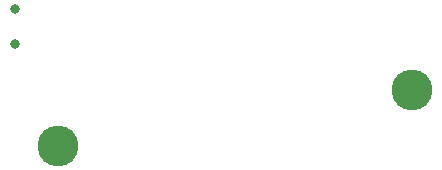
<source format=gbr>
%TF.GenerationSoftware,Altium Limited,Altium Designer,22.8.2 (66)*%
G04 Layer_Color=0*
%FSLAX45Y45*%
%MOMM*%
%TF.SameCoordinates,DE4C73A7-34E9-4613-BA68-141157798951*%
%TF.FilePolarity,Positive*%
%TF.FileFunction,NonPlated,1,4,NPTH,Drill*%
%TF.Part,Single*%
G01*
G75*
%TA.AperFunction,ComponentDrill*%
%ADD76C,0.81280*%
%ADD77C,3.45440*%
D76*
X3335020Y4699140D02*
D03*
Y4399140D02*
D03*
D77*
X3693160Y3543300D02*
D03*
X6690360Y4013200D02*
D03*
%TF.MD5,9eeedbf37b535c77a284b592be9fe5f8*%
M02*

</source>
